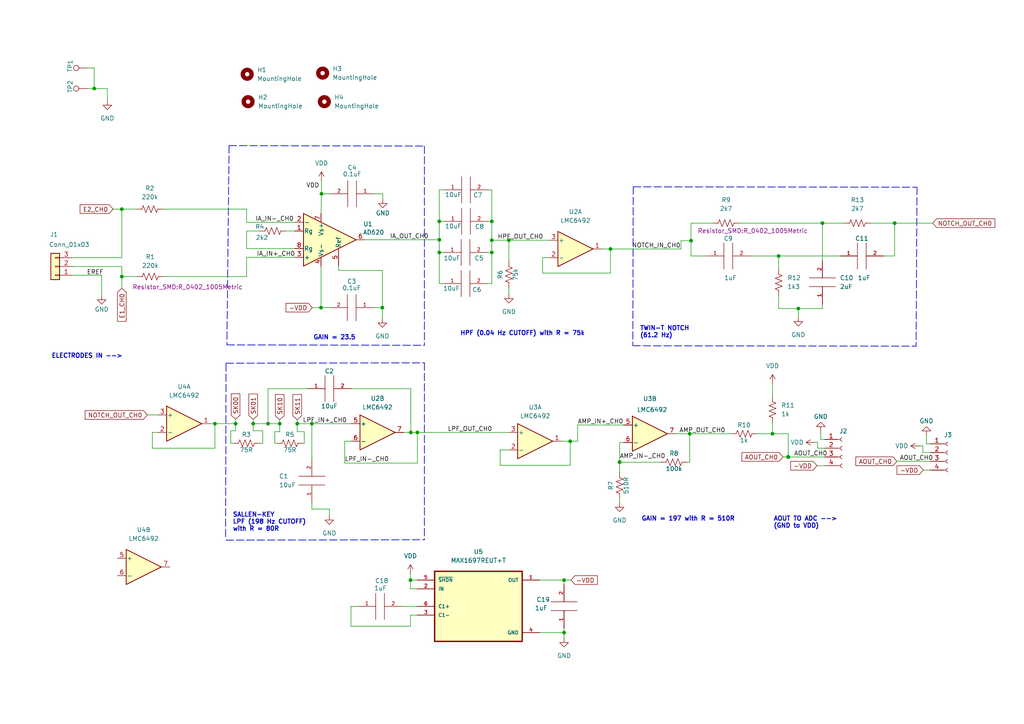
<source format=kicad_sch>
(kicad_sch (version 20211123) (generator eeschema)
  (paper "A4")
  (lib_symbols
    (symbol "Amplifier_Instrumentation:AD620" (pin_names (offset 0.127))
      (property "Reference" "U" (at 3.81 7.62 0))
      (property "Value" "AD620" (at 5.08 5.08 0))
      (symbol "AD620_0_1"
        (polyline (pts (xy -7.62 7.62) (xy -7.62 -7.62) (xy 7.62 0) (xy -7.62 7.62)) (stroke (width 0.254)) (fill (type background)))
      )
      (symbol "AD620_1_1"
        (pin passive line (at -10.16 2.54 0) (length 2.54) (name "Rg") (number "1"))
        (pin input line (at -10.16 5.08 0) (length 2.54) (name "-") (number "2"))
        (pin input line (at -10.16 -5.08 0) (length 2.54) (name "+") (number "3"))
        (pin power_in line (at -2.54 -7.62 90) (length 2.54) (name "Vs-") (number "4"))
        (pin passive line (at 2.54 -7.62 90) (length 5.08) (name "Ref") (number "5"))
        (pin output line (at 10.16 0 180) (length 2.54) (name "~") (number "6"))
        (pin power_in line (at -2.54 7.62 270) (length 2.54) (name "Vs+") (number "7"))
        (pin passive line (at -10.16 -2.54 0) (length 2.54) (name "Rg") (number "8"))
      )
    )
    (symbol "Amplifier_Operational:LMC6482" (pin_names (offset 0.127))
      (property "Reference" "U" (at 0 5.08 0))
      (property "Value" "LMC6482" (at 0 -5.08 0))
      (symbol "LMC6482_1_1"
        (polyline (pts (xy -5.08 5.08) (xy 5.08 0) (xy -5.08 -5.08) (xy -5.08 5.08)) (stroke (width 0.254)) (fill (type background)))
        (pin output line (at 7.62 0 180) (length 2.54) (name "~") (number "1"))
        (pin input line (at -7.62 -2.54 0) (length 2.54) (name "-") (number "2"))
        (pin input line (at -7.62 2.54 0) (length 2.54) (name "+") (number "3"))
      )
      (symbol "LMC6482_2_1"
        (polyline (pts (xy -5.08 5.08) (xy 5.08 0) (xy -5.08 -5.08) (xy -5.08 5.08)) (stroke (width 0.254)) (fill (type background)))
        (pin input line (at -7.62 2.54 0) (length 2.54) (name "+") (number "5"))
        (pin input line (at -7.62 -2.54 0) (length 2.54) (name "-") (number "6"))
        (pin output line (at 7.62 0 180) (length 2.54) (name "~") (number "7"))
      )
      (symbol "LMC6482_3_1"
        (pin power_in line (at -2.54 -7.62 90) (length 3.81) (name "V-") (number "4"))
        (pin power_in line (at -2.54 7.62 270) (length 3.81) (name "V+") (number "8"))
      )
    )
    (symbol "Connector:Conn_01x04_Female" (pin_names (offset 1.016) hide)
      (property "Reference" "J" (at 0 5.08 0))
      (property "Value" "Conn_01x04_Female" (at 0 -7.62 0))
      (symbol "Conn_01x04_Female_1_1"
        (arc (start 0 -4.572) (mid -0.508 -5.08) (end 0 -5.588) (stroke (width 0.1524)))
        (arc (start 0 -2.032) (mid -0.508 -2.54) (end 0 -3.048) (stroke (width 0.1524)))
        (polyline (pts (xy -1.27 -5.08) (xy -0.508 -5.08)) (stroke (width 0.1524)))
        (polyline (pts (xy -1.27 -2.54) (xy -0.508 -2.54)) (stroke (width 0.1524)))
        (polyline (pts (xy -1.27 0) (xy -0.508 0)) (stroke (width 0.1524)))
        (polyline (pts (xy -1.27 2.54) (xy -0.508 2.54)) (stroke (width 0.1524)))
        (arc (start 0 0.508) (mid -0.508 0) (end 0 -0.508) (stroke (width 0.1524)))
        (arc (start 0 3.048) (mid -0.508 2.54) (end 0 2.032) (stroke (width 0.1524)))
        (pin passive line (at -5.08 2.54 0) (length 3.81) (name "Pin_1") (number "1"))
        (pin passive line (at -5.08 0 0) (length 3.81) (name "Pin_2") (number "2"))
        (pin passive line (at -5.08 -2.54 0) (length 3.81) (name "Pin_3") (number "3"))
        (pin passive line (at -5.08 -5.08 0) (length 3.81) (name "Pin_4") (number "4"))
      )
    )
    (symbol "Connector:TestPoint" (pin_numbers hide) (pin_names (offset 0.762) hide)
      (property "Reference" "TP" (at 0 6.858 0))
      (property "Value" "TestPoint" (at 0 5.08 0))
      (symbol "TestPoint_0_1"
        (circle (center 0 3.302) (radius 0.762))
      )
      (symbol "TestPoint_1_1"
        (pin passive line (at 0 0 90) (length 2.54) (name "1") (number "1"))
      )
    )
    (symbol "Connector_Generic:Conn_01x03" (pin_names (offset 1.016) hide)
      (property "Reference" "J" (at 0 5.08 0))
      (property "Value" "Conn_01x03" (at 0 -5.08 0))
      (symbol "Conn_01x03_1_1"
        (rectangle (start -1.27 -2.413) (end 0 -2.667) (stroke (width 0.1524)))
        (rectangle (start -1.27 0.127) (end 0 -0.127) (stroke (width 0.1524)))
        (rectangle (start -1.27 2.667) (end 0 2.413) (stroke (width 0.1524)))
        (rectangle (start -1.27 3.81) (end 1.27 -3.81) (stroke (width 0.254)) (fill (type background)))
        (pin passive line (at -5.08 2.54 0) (length 3.81) (name "Pin_1") (number "1"))
        (pin passive line (at -5.08 0 0) (length 3.81) (name "Pin_2") (number "2"))
        (pin passive line (at -5.08 -2.54 0) (length 3.81) (name "Pin_3") (number "3"))
      )
    )
    (symbol "Device:R_US" (pin_numbers hide) (pin_names (offset 0))
      (property "Reference" "R" (at 2.54 0 90))
      (property "Value" "R_US" (at -2.54 0 90))
      (symbol "R_US_0_1"
        (polyline (pts (xy 0 -2.286) (xy 0 -2.54)))
        (polyline (pts (xy 0 2.286) (xy 0 2.54)))
        (polyline (pts (xy 0 -0.762) (xy 1.016 -1.143) (xy 0 -1.524) (xy -1.016 -1.905) (xy 0 -2.286)))
        (polyline (pts (xy 0 0.762) (xy 1.016 0.381) (xy 0 0) (xy -1.016 -0.381) (xy 0 -0.762)))
        (polyline (pts (xy 0 2.286) (xy 1.016 1.905) (xy 0 1.524) (xy -1.016 1.143) (xy 0 0.762)))
      )
      (symbol "R_US_1_1"
        (pin passive line (at 0 3.81 270) (length 1.27) (name "~") (number "1"))
        (pin passive line (at 0 -3.81 90) (length 1.27) (name "~") (number "2"))
      )
    )
    (symbol "MAX1697REUT_T:MAX1697REUT+T" (pin_names (offset 1.016))
      (property "Reference" "U" (at -12.7 11.16 0))
      (property "Value" "MAX1697REUT+T" (at -12.7 -14.16 0))
      (symbol "MAX1697REUT+T_0_0"
        (rectangle (start -12.7 -10.16) (end 12.7 10.16) (stroke (width 0.41)) (fill (type background)))
        (pin output line (at 17.78 7.62 180) (length 5.08) (name "OUT") (number "1"))
        (pin input line (at -17.78 5.08 0) (length 5.08) (name "IN") (number "2"))
        (pin bidirectional line (at -17.78 -2.54 0) (length 5.08) (name "C1-") (number "3"))
        (pin power_in line (at 17.78 -7.62 180) (length 5.08) (name "GND") (number "4"))
        (pin input line (at -17.78 7.62 0) (length 5.08) (name "~{SHDN}") (number "5"))
        (pin bidirectional line (at -17.78 0 0) (length 5.08) (name "C1+") (number "6"))
      )
    )
    (symbol "Mechanical:MountingHole" (pin_names (offset 1.016))
      (property "Reference" "H" (at 0 5.08 0))
      (property "Value" "MountingHole" (at 0 3.175 0))
      (symbol "MountingHole_0_1"
        (circle (center 0 0) (radius 1.27) (stroke (width 1.27)))
      )
    )
    (symbol "power:GND" (power) (pin_names (offset 0))
      (property "Value" "GND" (at 0 -3.81 0))
      (symbol "GND_0_1"
        (polyline (pts (xy 0 0) (xy 0 -1.27) (xy 1.27 -1.27) (xy 0 -2.54) (xy -1.27 -1.27) (xy 0 -1.27)))
      )
      (symbol "GND_1_1"
        (pin power_in line (at 0 0 270) (length 0) hide (name "GND") (number "1"))
      )
    )
    (symbol "power:VDD" (power) (pin_names (offset 0))
      (property "Value" "VDD" (at 0 3.81 0))
      (symbol "VDD_0_1"
        (polyline (pts (xy -0.762 1.27) (xy 0 2.54)))
        (polyline (pts (xy 0 0) (xy 0 2.54)))
        (polyline (pts (xy 0 2.54) (xy 0.762 1.27)))
      )
      (symbol "VDD_1_1"
        (pin power_in line (at 0 0 90) (length 0) hide (name "VDD") (number "1"))
      )
    )
    (symbol "pspice:C" (pin_names (offset 0.254))
      (property "Reference" "C" (at 2.54 3.81 90))
      (property "Value" "C" (at 2.54 -3.81 90))
      (symbol "C_0_1"
        (polyline (pts (xy -3.81 -1.27) (xy 3.81 -1.27)))
        (polyline (pts (xy -3.81 1.27) (xy 3.81 1.27)))
      )
      (symbol "C_1_1"
        (pin passive line (at 0 6.35 270) (length 5.08) (name "~") (number "1"))
        (pin passive line (at 0 -6.35 90) (length 5.08) (name "~") (number "2"))
      )
    )
  )
  (junction (at 228.6254 132.5372))
  (junction (at 423.9006 105.4608))
  (junction (at 35.3314 60.6552))
  (junction (at 231.5464 89.4842))
  (junction (at 179.7304 134.0104))
  (junction (at 200.4314 69.7992))
  (junction (at 341.2236 81.5086))
  (junction (at 119.1514 125.4252))
  (junction (at 27.3304 25.6794))
  (junction (at 259.4864 64.7192))
  (junction (at 228.6 132.5372))
  (junction (at 423.8752 105.4608))
  (junction (at 423.8752 79.5528))
  (junction (at 86.2076 122.8852))
  (junction (at 177.0634 72.2122))
  (junction (at 376.1486 108.8136))
  (junction (at 127.4064 64.2112))
  (junction (at 93.1164 89.2302))
  (junction (at 142.6464 73.2282))
  (junction (at 228.6 132.5118))
  (junction (at 35.3314 80.2132))
  (junction (at 200.0504 125.8062))
  (junction (at 119.0498 168.2496))
  (junction (at 90.4494 122.8852))
  (junction (at 127.4064 69.5452))
  (junction (at 165.3794 127.9652))
  (junction (at 127.4064 73.2282))
  (junction (at 68.3514 122.8852))
  (junction (at 376.1486 81.5086))
  (junction (at 121.0564 125.4252))
  (junction (at 110.8964 89.2302))
  (junction (at 81.1276 122.8852))
  (junction (at 163.6014 168.2496))
  (junction (at 62.3316 122.8852))
  (junction (at 224.0534 125.8062))
  (junction (at 73.4314 122.8852))
  (junction (at 142.6464 64.2112))
  (junction (at 163.6014 183.4896))
  (junction (at 238.5314 64.7192))
  (junction (at 142.6464 69.6722))
  (junction (at 77.7494 122.8852))
  (junction (at 225.8314 74.2442))
  (junction (at 93.2434 56.2102))
  (junction (at 147.5994 69.6722))
  (junction (at 179.705 134.0104))
  (junction (at 341.2236 108.8136))
  (wire (pts (xy 423.9006 120.7008) (xy 423.9006 122.6058)))
  (wire (pts (xy 35.3314 80.2132) (xy 39.7764 80.2132)))
  (wire (pts (xy 121.0564 125.4252) (xy 147.5994 125.4252)))
  (wire (pts (xy 119.1514 112.7252) (xy 119.1514 125.4252)))
  (wire (pts (xy 95.5294 147.6502) (xy 95.5294 149.5552)))
  (wire (pts (xy 98.1964 77.1652) (xy 98.1964 78.4352)))
  (wire (pts (xy 35.3314 60.6552) (xy 39.6494 60.6552)))
  (wire (pts (xy 66.929 128.5748) (xy 66.929 124.9426)))
  (wire (pts (xy 145.0594 130.5052) (xy 145.0594 134.9502)))
  (wire (pts (xy 119.1514 125.4252) (xy 121.0564 125.4252)))
  (wire (pts (xy 127.4064 69.5452) (xy 127.4064 73.2282)))
  (wire (pts (xy 31.1404 29.2354) (xy 31.1404 25.6794)))
  (wire (pts (xy 179.705 134.0104) (xy 179.7304 134.0104)))
  (wire (pts (xy 21.1074 79.8322) (xy 29.4894 79.8322)))
  (wire (pts (xy 127.4064 73.2282) (xy 127.4064 82.2452)))
  (wire (pts (xy 79.7052 125.1966) (xy 79.7052 128.5748)))
  (wire (pts (xy 77.7494 112.7252) (xy 89.1794 112.7252)))
  (wire (pts (xy 225.8314 89.4842) (xy 231.5464 89.4842)))
  (wire (pts (xy 267.6398 129.3368) (xy 266.7 129.3368)))
  (wire (pts (xy 163.6014 168.2496) (xy 163.6014 169.4688)))
  (polyline (pts (xy 123.0884 105.2322) (xy 123.0884 156.5402)) (stroke (width 0.2)))
  (wire (pts (xy 197.5104 69.7992) (xy 200.4314 69.7992)))
  (polyline (pts (xy 183.6674 54.1782) (xy 265.9634 54.3052)) (stroke (width 0.2)))
  (wire (pts (xy 127.4064 64.2112) (xy 128.8034 64.2112)))
  (wire (pts (xy 228.6 132.5118) (xy 228.6 132.5372)))
  (wire (pts (xy 86.2076 121.7422) (xy 86.2076 122.8852)))
  (wire (pts (xy 44.196 129.9972) (xy 62.3316 129.9972)))
  (wire (pts (xy 142.6464 55.0672) (xy 142.6464 64.2112)))
  (wire (pts (xy 73.4314 122.8852) (xy 77.7494 122.8852)))
  (wire (pts (xy 88.2396 128.5748) (xy 88.2396 125.1966)))
  (wire (pts (xy 157.3784 79.1972) (xy 177.0634 79.1972)))
  (wire (pts (xy 200.0504 134.0612) (xy 200.0504 125.8062)))
  (wire (pts (xy 423.9006 105.4608) (xy 423.8752 105.4608)))
  (wire (pts (xy 90.4494 122.8852) (xy 101.8794 122.8852)))
  (wire (pts (xy 141.5034 64.2112) (xy 142.6464 64.2112)))
  (wire (pts (xy 119.0498 181.6354) (xy 119.0498 178.4096)))
  (wire (pts (xy 332.3336 81.5086) (xy 341.2236 81.5086)))
  (wire (pts (xy 101.8032 175.8696) (xy 101.8032 181.6354)))
  (wire (pts (xy 199.2884 134.0612) (xy 200.0504 134.0612)))
  (wire (pts (xy 159.2834 74.7522) (xy 157.3784 74.7522)))
  (wire (pts (xy 214.4014 64.7192) (xy 238.5314 64.7192)))
  (wire (pts (xy 259.4864 74.2442) (xy 259.4864 64.7192)))
  (wire (pts (xy 66.929 124.9426) (xy 68.3514 124.9426)))
  (wire (pts (xy 179.7304 134.0104) (xy 179.7304 128.3462)))
  (wire (pts (xy 423.9006 108.0008) (xy 423.9006 105.4608)))
  (polyline (pts (xy 66.4464 42.2402) (xy 123.0884 42.3672)) (stroke (width 0.2)))
  (wire (pts (xy 35.3314 60.6552) (xy 35.3314 74.7522)))
  (wire (pts (xy 25.4254 19.7104) (xy 27.3304 19.7104)))
  (wire (pts (xy 142.6464 73.2282) (xy 142.6464 82.2452)))
  (wire (pts (xy 71.5264 67.0052) (xy 71.5264 72.0852)))
  (wire (pts (xy 68.3514 124.9426) (xy 68.3514 122.8852)))
  (wire (pts (xy 76.2 128.5748) (xy 76.2 124.9426)))
  (wire (pts (xy 90.4494 122.8852) (xy 90.4494 133.0452)))
  (wire (pts (xy 142.6464 64.2112) (xy 142.6464 69.6722)))
  (wire (pts (xy 225.8314 74.2442) (xy 243.6114 74.2442)))
  (polyline (pts (xy 65.5574 105.3592) (xy 123.0884 105.2322)) (stroke (width 0.2)))
  (wire (pts (xy 141.3764 73.2282) (xy 142.6464 73.2282)))
  (wire (pts (xy 239.1664 129.9972) (xy 237.1598 129.9972)))
  (wire (pts (xy 27.3304 25.6794) (xy 25.4254 25.6794)))
  (wire (pts (xy 179.705 144.653) (xy 179.705 145.8468)))
  (wire (pts (xy 341.2236 79.6036) (xy 341.2236 81.5086)))
  (wire (pts (xy 236.9566 135.0772) (xy 239.1664 135.0772)))
  (wire (pts (xy 141.5034 55.0672) (xy 142.6464 55.0672)))
  (wire (pts (xy 147.5994 83.4644) (xy 147.5994 85.344)))
  (wire (pts (xy 128.8034 55.0672) (xy 127.4064 55.0672)))
  (wire (pts (xy 231.5464 89.4842) (xy 238.5314 89.4842)))
  (wire (pts (xy 86.2076 122.8852) (xy 86.2076 125.1966)))
  (wire (pts (xy 93.2434 56.2102) (xy 95.7834 56.2102)))
  (wire (pts (xy 267.7922 136.3472) (xy 269.8242 136.3472)))
  (wire (pts (xy 71.5264 80.2132) (xy 71.5264 74.6252)))
  (wire (pts (xy 71.5264 64.4652) (xy 85.4964 64.4652)))
  (wire (pts (xy 224.0534 111.2012) (xy 224.0534 115.0112)))
  (wire (pts (xy 27.3304 19.7104) (xy 27.3304 25.6794)))
  (wire (pts (xy 90.4494 145.7452) (xy 90.4494 147.6502)))
  (wire (pts (xy 225.8314 74.2442) (xy 225.8314 78.0542)))
  (wire (pts (xy 81.1276 125.1966) (xy 81.1276 122.8852)))
  (wire (pts (xy 127.4064 73.2282) (xy 128.6764 73.2282)))
  (polyline (pts (xy 66.4464 42.2402) (xy 65.8114 100.0252)) (stroke (width 0.2)))
  (wire (pts (xy 225.8314 85.6742) (xy 225.8314 89.4842)))
  (wire (pts (xy 373.6086 108.8136) (xy 376.1486 108.8136)))
  (wire (pts (xy 177.0634 72.2122) (xy 197.5104 72.2122)))
  (wire (pts (xy 156.5402 183.4896) (xy 163.6014 183.4896)))
  (wire (pts (xy 21.1074 77.2922) (xy 35.3314 77.2922)))
  (polyline (pts (xy 318.6176 67.5386) (xy 399.6436 67.1576)) (stroke (width 0.2)))
  (wire (pts (xy 42.7228 120.3452) (xy 45.7962 120.3452)))
  (wire (pts (xy 204.8764 74.2442) (xy 200.4314 74.2442)))
  (wire (pts (xy 61.0362 122.8852) (xy 62.3316 122.8852)))
  (polyline (pts (xy 65.8114 100.0252) (xy 123.0884 100.1522)) (stroke (width 0.2)))
  (polyline (pts (xy 65.5574 105.4862) (xy 65.4304 156.4132)) (stroke (width 0.2)))
  (wire (pts (xy 119.0498 166.3192) (xy 119.0498 168.2496)))
  (wire (pts (xy 79.7052 128.5748) (xy 80.264 128.5748)))
  (wire (pts (xy 376.1486 124.0536) (xy 376.1486 125.9586)))
  (wire (pts (xy 167.5384 123.2662) (xy 167.5384 127.9652)))
  (wire (pts (xy 71.5264 74.6252) (xy 85.4964 74.6252)))
  (wire (pts (xy 117.1194 125.4252) (xy 119.1514 125.4252)))
  (wire (pts (xy 86.2076 122.8852) (xy 90.4494 122.8852)))
  (wire (pts (xy 75.3364 67.0052) (xy 71.5264 67.0052)))
  (wire (pts (xy 99.9744 134.3152) (xy 99.9744 127.9652)))
  (wire (pts (xy 147.5994 69.6722) (xy 147.5994 75.8444)))
  (wire (pts (xy 147.5994 69.6722) (xy 159.2834 69.6722)))
  (wire (pts (xy 228.6254 132.5372) (xy 239.1664 132.5372)))
  (wire (pts (xy 47.2694 60.6552) (xy 71.5264 60.6552)))
  (wire (pts (xy 47.3964 80.2132) (xy 71.5264 80.2132)))
  (wire (pts (xy 165.3794 127.9652) (xy 167.5384 127.9652)))
  (wire (pts (xy 120.9802 170.7896) (xy 119.0498 170.7896)))
  (wire (pts (xy 71.5264 72.0852) (xy 85.4964 72.0852)))
  (wire (pts (xy 238.5314 64.7192) (xy 244.8814 64.7192)))
  (wire (pts (xy 196.1134 125.8062) (xy 200.0504 125.8062)))
  (wire (pts (xy 77.7494 122.8852) (xy 81.1276 122.8852)))
  (wire (pts (xy 217.5764 74.2442) (xy 225.8314 74.2442)))
  (wire (pts (xy 111.0234 56.2102) (xy 111.0234 57.7342)))
  (wire (pts (xy 177.0634 72.2122) (xy 174.5234 72.2122)))
  (wire (pts (xy 365.3536 81.5086) (xy 376.1486 81.5086)))
  (polyline (pts (xy 318.7446 138.0236) (xy 318.6176 67.5386)) (stroke (width 0.2)))
  (wire (pts (xy 121.0564 134.3152) (xy 121.0564 125.4252)))
  (wire (pts (xy 179.7304 128.3462) (xy 180.8734 128.3462)))
  (wire (pts (xy 227.1014 132.5118) (xy 228.6 132.5118)))
  (wire (pts (xy 81.1276 121.7422) (xy 81.1276 122.8852)))
  (wire (pts (xy 110.8964 78.4352) (xy 110.8964 89.2302)))
  (wire (pts (xy 421.3606 105.4608) (xy 423.8752 105.4608)))
  (wire (pts (xy 341.2236 81.5086) (xy 341.2236 90.3986)))
  (wire (pts (xy 82.9564 67.0052) (xy 85.4964 67.0052)))
  (wire (pts (xy 376.1486 79.6036) (xy 376.1486 81.5086)))
  (wire (pts (xy 231.5464 89.4842) (xy 231.5464 92.0242)))
  (wire (pts (xy 256.3114 74.2442) (xy 259.4864 74.2442)))
  (wire (pts (xy 127.4064 64.2112) (xy 127.4064 69.5452)))
  (wire (pts (xy 219.6084 125.8062) (xy 224.0534 125.8062)))
  (wire (pts (xy 35.3314 80.2132) (xy 35.3314 83.6422)))
  (wire (pts (xy 75.2602 128.5748) (xy 76.2 128.5748)))
  (wire (pts (xy 238.0488 124.9934) (xy 238.0488 127.4572)))
  (wire (pts (xy 413.0802 79.5528) (xy 423.8752 79.5528)))
  (wire (pts (xy 120.9802 168.2496) (xy 119.0498 168.2496)))
  (wire (pts (xy 67.6402 128.5748) (xy 66.929 128.5748)))
  (wire (pts (xy 44.196 125.4252) (xy 44.196 129.9972)))
  (wire (pts (xy 163.6014 168.2496) (xy 165.6334 168.2496)))
  (wire (pts (xy 237.1598 129.9972) (xy 237.1598 128.3208)))
  (wire (pts (xy 332.3336 84.0486) (xy 332.3336 81.5086)))
  (wire (pts (xy 127.4064 82.2452) (xy 128.6764 82.2452)))
  (wire (pts (xy 197.5104 72.2122) (xy 197.5104 69.7992)))
  (wire (pts (xy 423.8752 77.6478) (xy 423.8752 79.5528)))
  (wire (pts (xy 108.3564 89.2302) (xy 110.8964 89.2302)))
  (polyline (pts (xy 183.5404 100.2792) (xy 265.7094 100.4062)) (stroke (width 0.2)))
  (wire (pts (xy 179.7304 134.0612) (xy 191.6684 134.0612)))
  (polyline (pts (xy 265.9634 54.3052) (xy 265.7094 100.4062)) (stroke (width 0.2)))
  (wire (pts (xy 88.2396 125.1966) (xy 86.2076 125.1966)))
  (wire (pts (xy 77.7494 112.7252) (xy 77.7494 122.8852)))
  (wire (pts (xy 90.5764 89.2302) (xy 93.1164 89.2302)))
  (wire (pts (xy 156.5402 168.2496) (xy 163.6014 168.2496)))
  (wire (pts (xy 99.9744 127.9652) (xy 101.8794 127.9652)))
  (wire (pts (xy 31.1404 25.6794) (xy 27.3304 25.6794)))
  (wire (pts (xy 93.2434 56.2102) (xy 93.1164 61.9252)))
  (wire (pts (xy 116.586 175.8696) (xy 120.9802 175.8696)))
  (wire (pts (xy 29.4894 79.8322) (xy 29.4894 85.6742)))
  (wire (pts (xy 147.5994 130.5052) (xy 145.0594 130.5052)))
  (wire (pts (xy 365.3536 96.7486) (xy 365.3536 98.6536)))
  (wire (pts (xy 90.4494 147.6502) (xy 95.5294 147.6502)))
  (wire (pts (xy 224.0534 125.8062) (xy 224.0534 122.6312)))
  (wire (pts (xy 163.6014 183.4896) (xy 163.6014 185.0898)))
  (wire (pts (xy 127.4064 55.0672) (xy 127.4064 64.2112)))
  (wire (pts (xy 177.0634 79.1972) (xy 177.0634 72.2122)))
  (wire (pts (xy 260.1468 133.7818) (xy 269.8242 133.8072)))
  (wire (pts (xy 35.3314 77.2922) (xy 35.3314 80.2132)))
  (wire (pts (xy 238.5314 89.4842) (xy 238.5314 88.2142)))
  (polyline (pts (xy 183.6674 54.1782) (xy 183.5404 100.2792)) (stroke (width 0.2)))
  (wire (pts (xy 142.6464 82.2452) (xy 141.3764 82.2452)))
  (wire (pts (xy 99.9744 134.3152) (xy 121.0564 134.3152)))
  (wire (pts (xy 157.3784 74.7522) (xy 157.3784 79.1972)))
  (wire (pts (xy 145.0594 134.9502) (xy 165.3794 134.9502)))
  (wire (pts (xy 101.8032 181.6354) (xy 119.0498 181.6354)))
  (wire (pts (xy 93.2434 52.4002) (xy 93.2434 56.2102)))
  (wire (pts (xy 268.7066 128.7272) (xy 269.8242 128.7272)))
  (wire (pts (xy 413.0802 94.7928) (xy 413.0802 96.6978)))
  (wire (pts (xy 110.8964 89.2302) (xy 110.8964 92.4052)))
  (wire (pts (xy 73.4314 122.8852) (xy 73.4314 124.9426)))
  (wire (pts (xy 73.4314 121.6152) (xy 73.4314 122.8852)))
  (wire (pts (xy 62.3316 122.8852) (xy 68.3514 122.8852)))
  (wire (pts (xy 252.5014 64.7192) (xy 259.4864 64.7192)))
  (wire (pts (xy 341.2236 124.0536) (xy 341.2236 125.9586)))
  (wire (pts (xy 238.5314 64.7192) (xy 238.5314 75.5142)))
  (wire (pts (xy 179.705 137.033) (xy 179.705 134.0104)))
  (wire (pts (xy 423.8752 79.5528) (xy 423.8752 86.5378)))
  (wire (pts (xy 76.2 124.9426) (xy 73.4314 124.9426)))
  (wire (pts (xy 200.4314 64.7192) (xy 200.4314 69.7992)))
  (wire (pts (xy 93.1164 89.2302) (xy 95.6564 89.2302)))
  (wire (pts (xy 365.3536 84.0486) (xy 365.3536 81.5086)))
  (wire (pts (xy 32.7914 60.6552) (xy 35.3314 60.6552)))
  (wire (pts (xy 142.6464 69.6722) (xy 147.5994 69.6722)))
  (wire (pts (xy 238.0488 127.4572) (xy 239.1664 127.4572)))
  (wire (pts (xy 142.6464 69.6722) (xy 142.6464 73.2282)))
  (wire (pts (xy 200.4314 69.7992) (xy 200.4314 74.2442)))
  (wire (pts (xy 87.884 128.5748) (xy 88.2396 128.5748)))
  (wire (pts (xy 93.1164 77.1652) (xy 93.1164 89.2302)))
  (wire (pts (xy 268.7066 126.2634) (xy 268.7066 128.7272)))
  (wire (pts (xy 269.8242 131.2672) (xy 267.6398 131.2672)))
  (wire (pts (xy 413.0802 82.0928) (xy 413.0802 79.5528)))
  (wire (pts (xy 228.6254 125.8062) (xy 228.6254 132.5372)))
  (wire (pts (xy 224.0534 125.8062) (xy 228.6254 125.8062)))
  (wire (pts (xy 376.1486 81.5086) (xy 376.1486 88.4936)))
  (polyline (pts (xy 123.0884 42.3672) (xy 123.0884 100.1522)) (stroke (width 0.2)))
  (wire (pts (xy 103.886 175.8696) (xy 101.8032 175.8696)))
  (wire (pts (xy 341.2236 105.6386) (xy 341.2236 108.8136)))
  (wire (pts (xy 165.3794 134.9502) (xy 165.3794 127.9652)))
  (wire (pts (xy 376.1486 103.7336) (xy 376.1486 108.8136)))
  (wire (pts (xy 162.8394 127.9652) (xy 165.3794 127.9652)))
  (wire (pts (xy 267.6398 131.2672) (xy 267.6398 129.3368)))
  (polyline (pts (xy 65.5574 156.6672) (xy 123.0884 156.5402)) (stroke (width 0.2)))
  (wire (pts (xy 376.1486 108.8136) (xy 376.1486 111.3536)))
  (wire (pts (xy 341.2236 108.8136) (xy 341.2236 111.3536)))
  (wire (pts (xy 62.3316 129.9972) (xy 62.3316 122.8852)))
  (wire (pts (xy 21.1074 74.7522) (xy 35.3314 74.7522)))
  (wire (pts (xy 167.5384 123.2662) (xy 180.8734 123.2662)))
  (wire (pts (xy 423.8752 101.7778) (xy 423.8752 105.4608)))
  (wire (pts (xy 45.7962 125.4252) (xy 44.196 125.4252)))
  (wire (pts (xy 237.1598 128.3208) (xy 236.347 128.3208)))
  (wire (pts (xy 119.0498 170.7896) (xy 119.0498 168.2496)))
  (wire (pts (xy 68.326 121.5644) (xy 68.3514 122.8852)))
  (wire (pts (xy 163.6014 183.4896) (xy 163.6014 182.1688)))
  (wire (pts (xy 105.8164 69.5452) (xy 127.4064 69.5452)))
  (wire (pts (xy 200.0504 125.8062) (xy 211.9884 125.8062)))
  (wire (pts (xy 119.0498 178.4096) (xy 120.9802 178.4096)))
  (wire (pts (xy 179.7304 134.0612) (xy 179.7304 134.0104)))
  (wire (pts (xy 81.1276 125.1966) (xy 79.7052 125.1966)))
  (wire (pts (xy 101.8794 112.7252) (xy 119.1514 112.7252)))
  (wire (pts (xy 338.0486 108.8136) (xy 341.2236 108.8136)))
  (wire (pts (xy 332.3336 96.7486) (xy 332.3336 98.6536)))
  (wire (pts (xy 98.1964 78.4352) (xy 110.8964 78.4352)))
  (wire (pts (xy 71.5264 60.6552) (xy 71.5264 64.4652)))
  (wire (pts (xy 200.4314 64.7192) (xy 206.7814 64.7192)))
  (wire (pts (xy 108.4834 56.2102) (xy 111.0234 56.2102)))
  (wire (pts (xy 259.4864 64.7192) (xy 270.5354 64.7192)))
  (text "GAIN = 23.5" (at 90.8304 98.7298 0) (effects (font (size 1.27 1.27) (thickness 0.254) bold) (justify left bottom)))
  (text "TWIN-T NOTCH\n(61.2 Hz)" (at 185.5724 98.1202 0) (effects (font (size 1.27 1.27) (thickness 0.254) bold) (justify left bottom)))
  (text "layout: place caps close \nto the amplifier power rails" (at 332.5114 139.2174 0) (effects (font (size 1.27 1.27)) (justify left bottom)))
  (text "HPF (0.04 Hz CUTOFF) with R = 75k" (at 133.4262 97.5106 0) (effects (font (size 1.27 1.27) (thickness 0.254) bold) (justify left bottom)))
  (text "GAIN = 197 with R = 510R" (at 186.0042 151.3078 0) (effects (font (size 1.27 1.27) (thickness 0.254) bold) (justify left bottom)))
  (text "SALLEN-KEY\nLPF (198 Hz CUTOFF)\nwith R = 80R" (at 67.4624 154.2542 0) (effects (font (size 1.27 1.27) (thickness 0.254) bold) (justify left bottom)))
  (text "ELECTRODES IN -->" (at 14.8844 104.0892 0) (effects (font (size 1.27 1.27) (thickness 0.254) bold) (justify left bottom)))
  (text "AOUT TO ADC -->\n(GND to VDD)" (at 224.3074 153.3652 0) (effects (font (size 1.27 1.27) (thickness 0.254) bold) (justify left bottom)))
  (label "AOUT_CH0" (at 230.2764 132.5372 0))
  (label "AMP_IN-_CH0" (at 179.7304 133.2992 0))
  (label "LPF_OUT_CH0" (at 129.8194 125.4252 0))
  (label "AOUT_CH0" (at 260.9342 133.8072 0))
  (label "VDD" (at 377.4186 83.4136 0))
  (label "EREF" (at 25.1714 79.9592 0))
  (label "IA_OUT_CH0" (at 113.0554 69.5452 0))
  (label "HPF_OUT_CH0" (at 144.2974 69.6722 0))
  (label "VDD" (at 342.4936 83.4136 0))
  (label "IA_IN-_CH0" (at 74.0664 64.4652 0))
  (label "NOTCH_IN_CH0" (at 183.2864 72.2122 0))
  (label "LPF_IN+_CH0" (at 87.7824 122.8852 0))
  (label "IA_IN+_CH0" (at 74.4474 74.6252 0))
  (label "LPF_IN-_CH0" (at 99.9744 134.1882 0))
  (label "AMP_IN+_CH0" (at 167.5384 123.2662 0))
  (label "AMP_OUT_CH0" (at 197.0024 125.8062 0))
  (label "VDD" (at 88.7984 54.7878 0))
  (global_label "SK10" (shape input) (at 81.1276 121.7422 90) (property "Intersheet References" "${INTERSHEET_REFS}" (effects hide)))
  (global_label "NOTCH_OUT_CH0" (shape input) (at 42.7228 120.3452 180) (property "Intersheet References" "${INTERSHEET_REFS}" (effects hide)))
  (global_label "-VDD" (shape input) (at 338.0486 108.8136 180) (property "Intersheet References" "${INTERSHEET_REFS}" (effects hide)))
  (global_label "E1_CH0" (shape input) (at 35.3314 83.6422 270) (property "Intersheet References" "${INTERSHEET_REFS}" (effects hide)))
  (global_label "-VDD" (shape input) (at 236.9566 135.0772 180) (property "Intersheet References" "${INTERSHEET_REFS}" (effects hide)))
  (global_label "-VDD" (shape input) (at 421.3606 105.4608 180) (property "Intersheet References" "${INTERSHEET_REFS}" (effects hide)))
  (global_label "-VDD" (shape input) (at 165.6334 168.2496 0) (property "Intersheet References" "${INTERSHEET_REFS}" (effects hide)))
  (global_label "E2_CH0" (shape input) (at 32.7914 60.6552 180) (property "Intersheet References" "${INTERSHEET_REFS}" (effects hide)))
  (global_label "-VDD" (shape input) (at 373.6086 108.8136 180) (property "Intersheet References" "${INTERSHEET_REFS}" (effects hide)))
  (global_label "SK11" (shape input) (at 86.2076 121.7422 90) (property "Intersheet References" "${INTERSHEET_REFS}" (effects hide)))
  (global_label "SK00" (shape input) (at 68.326 121.5644 90) (property "Intersheet References" "${INTERSHEET_REFS}" (effects hide)))
  (global_label "NOTCH_OUT_CH0" (shape input) (at 270.5354 64.7192 0) (property "Intersheet References" "${INTERSHEET_REFS}" (effects hide)))
  (global_label "-VDD" (shape input) (at 267.7922 136.3472 180) (property "Intersheet References" "${INTERSHEET_REFS}" (effects hide)))
  (global_label "AOUT_CH0" (shape input) (at 260.1468 133.7818 180) (property "Intersheet References" "${INTERSHEET_REFS}" (effects hide)))
  (global_label "SK01" (shape input) (at 73.4314 121.6152 90) (property "Intersheet References" "${INTERSHEET_REFS}" (effects hide)))
  (global_label "-VDD" (shape input) (at 90.5764 89.2302 180) (property "Intersheet References" "${INTERSHEET_REFS}" (effects hide)))
  (global_label "AOUT_CH0" (shape input) (at 227.1014 132.5118 180) (property "Intersheet References" "${INTERSHEET_REFS}" (effects hide)))
  (symbol (lib_id "pspice:C") (at 102.1334 56.2102 270) (unit 1)
    (property "Reference" "C4" (at 102.1334 48.5902 90))
    (property "Value" "0.1uF" (at 102.1334 50.4952 90))
    (property "Footprint" "Capacitor_SMD:C_0402_1005Metric" (effects hide))
  )
  (symbol (lib_id "Mechanical:MountingHole") (at 94.0816 29.4894 0) (unit 1)
    (property "Reference" "H4" (at 96.9518 28.2193 0) (effects (justify left)))
    (property "Value" "MountingHole" (at 96.9518 30.7593 0) (effects (justify left)))
    (property "Footprint" "MountingHole:MountingHole_2.2mm_M2" (effects hide))
  )
  (symbol (lib_id "pspice:C") (at 135.1534 64.2112 90) (unit 1)
    (property "Reference" "C8" (at 139.0904 65.7352 90))
    (property "Value" "10uF" (at 131.4704 65.6082 90))
    (property "Footprint" "Capacitor_SMD:C_0402_1005Metric" (effects hide))
  )
  (symbol (lib_id "Device:R_US") (at 79.1464 67.0052 270) (unit 1)
    (property "Reference" "R4" (at 75.3364 65.7352 90))
    (property "Value" "2k2" (at 75.9714 68.9102 90))
    (property "Footprint" "Resistor_SMD:R_0402_1005Metric" (effects hide))
  )
  (symbol (lib_id "power:GND") (at 231.5464 92.0242 0) (unit 1)
    (property "Reference" "#PWR011" (effects hide))
    (property "Value" "GND" (at 231.5464 97.1042 0))
  )
  (symbol (lib_id "Device:R_US") (at 179.705 140.843 0) (unit 1)
    (property "Reference" "R7" (at 177.165 140.843 90))
    (property "Value" "510R" (at 181.61 140.843 90))
    (property "Footprint" "Resistor_SMD:R_0402_1005Metric" (effects hide))
  )
  (symbol (lib_id "power:VDD") (at 236.347 128.3208 90) (unit 1)
    (property "Reference" "#PWR0101" (effects hide))
    (property "Value" "VDD" (at 233.1212 128.3207 90) (effects (justify left)))
  )
  (symbol (lib_id "Amplifier_Operational:LMC6482") (at 378.6886 96.1136 0) (unit 3)
    (property "Reference" "U2" (at 376.7836 94.8435 0) (effects (justify left)))
    (property "Value" "LMC6492" (at 376.7836 97.3835 0) (effects (justify left)))
    (property "Footprint" "Package_SO:SOIC-8_3.9x4.9mm_P1.27mm" (effects hide))
    (property "Datasheet" "http://www.ti.com/lit/ds/symlink/lmc6482.pdf" (effects hide))
  )
  (symbol (lib_id "Device:R_US") (at 195.4784 134.0612 270) (unit 1)
    (property "Reference" "R8" (at 195.4784 131.5212 90))
    (property "Value" "100k" (at 195.4784 135.9662 90))
    (property "Footprint" "Resistor_SMD:R_0402_1005Metric" (effects hide))
  )
  (symbol (lib_id "pspice:C") (at 95.5294 112.7252 90) (unit 1)
    (property "Reference" "C2" (at 95.5294 107.6452 90))
    (property "Value" "10uF" (at 95.5294 117.8052 90))
    (property "Footprint" "Capacitor_SMD:C_0402_1005Metric" (effects hide))
  )
  (symbol (lib_id "pspice:C") (at 238.5314 81.8642 180) (unit 1)
    (property "Reference" "C10" (at 243.6114 80.5941 0) (effects (justify right)))
    (property "Value" "2uF" (at 243.6114 83.1342 0) (effects (justify right)))
    (property "Footprint" "Capacitor_SMD:C_0402_1005Metric" (effects hide))
  )
  (symbol (lib_id "power:VDD") (at 119.0498 166.3192 0) (unit 1)
    (property "Reference" "#PWR0102" (effects hide))
    (property "Value" "VDD" (at 119.0498 161.2392 0))
  )
  (symbol (lib_id "power:VDD") (at 93.2434 52.4002 0) (unit 1)
    (property "Reference" "#PWR04" (effects hide))
    (property "Value" "VDD" (at 93.2434 47.3202 0))
  )
  (symbol (lib_id "pspice:C") (at 135.1534 55.0672 90) (unit 1)
    (property "Reference" "C7" (at 138.5824 56.5912 90))
    (property "Value" "10uF" (at 131.4704 56.4642 90))
    (property "Footprint" "Capacitor_SMD:C_0402_1005Metric" (effects hide))
  )
  (symbol (lib_id "pspice:C") (at 249.9614 74.2442 90) (unit 1)
    (property "Reference" "C11" (at 249.9614 69.1642 90))
    (property "Value" "1uF" (at 250.5964 80.5942 90))
    (property "Footprint" "Capacitor_SMD:C_0402_1005Metric" (effects hide))
  )
  (symbol (lib_id "pspice:C") (at 332.3336 90.3986 180) (unit 1)
    (property "Reference" "C12" (at 324.3326 88.4936 0) (effects (justify right)))
    (property "Value" "0.1uF" (at 322.1736 91.0336 0) (effects (justify right)))
    (property "Footprint" "Capacitor_SMD:C_0402_1005Metric" (effects hide))
  )
  (symbol (lib_id "Device:R_US") (at 210.5914 64.7192 270) (unit 1)
    (property "Reference" "R9" (at 210.5914 57.9882 90))
    (property "Value" "2k7" (at 210.5914 60.5282 90))
    (property "Footprint" "Resistor_SMD:R_0402_1005Metric" (at 218.3384 66.9544 90))
  )
  (symbol (lib_id "Amplifier_Operational:LMC6482") (at 343.7636 98.0186 0) (unit 3)
    (property "Reference" "U3" (at 342.4936 96.7485 0) (effects (justify left)))
    (property "Value" "LMC6492" (at 342.4936 99.2885 0) (effects (justify left)))
    (property "Footprint" "Package_SO:SOIC-8_3.9x4.9mm_P1.27mm" (effects hide))
    (property "Datasheet" "http://www.ti.com/lit/ds/symlink/lmc6482.pdf" (effects hide))
  )
  (symbol (lib_id "pspice:C") (at 341.2236 117.7036 180) (unit 1)
    (property "Reference" "C13" (at 346.3036 116.4335 0) (effects (justify right)))
    (property "Value" "0.1uF" (at 346.3036 118.9735 0) (effects (justify right)))
    (property "Footprint" "Capacitor_SMD:C_0402_1005Metric" (effects hide))
  )
  (symbol (lib_id "power:GND") (at 413.0802 96.6978 0) (unit 1)
    (property "Reference" "#PWR020" (effects hide))
    (property "Value" "GND" (at 413.0802 101.7778 0))
  )
  (symbol (lib_id "pspice:C") (at 110.236 175.8696 90) (unit 1)
    (property "Reference" "C18" (at 108.7628 168.4528 90) (effects (justify right)))
    (property "Value" "1uF" (at 108.5088 170.5864 90) (effects (justify right)))
    (property "Footprint" "Capacitor_SMD:C_0402_1005Metric" (effects hide))
  )
  (symbol (lib_id "Device:R_US") (at 43.4594 60.6552 90) (unit 1)
    (property "Reference" "R2" (at 43.4594 54.61 90))
    (property "Value" "220k" (at 43.4594 57.15 90))
    (property "Footprint" "Resistor_SMD:R_0402_1005Metric" (effects hide))
  )
  (symbol (lib_id "Device:R_US") (at 43.5864 80.2132 90) (unit 1)
    (property "Reference" "R1" (at 43.5864 74.4982 90))
    (property "Value" "220k" (at 43.5864 77.0382 90))
    (property "Footprint" "Resistor_SMD:R_0402_1005Metric" (at 54.4068 83.2358 90))
  )
  (symbol (lib_id "power:GND") (at 423.9006 122.6058 0) (unit 1)
    (property "Reference" "#PWR022" (effects hide))
    (property "Value" "GND" (at 423.9006 127.6858 0))
  )
  (symbol (lib_id "Connector:TestPoint") (at 25.4254 19.7104 90) (unit 1)
    (property "Reference" "TP1" (at 20.3454 20.9804 0) (effects (justify left)))
    (property "Value" "TestPoint" (effects hide))
    (property "Footprint" "TestPoint:TestPoint_Pad_1.0x1.0mm" (effects hide))
  )
  (symbol (lib_id "power:GND") (at 238.0488 124.9934 180) (unit 1)
    (property "Reference" "#PWR012" (effects hide))
    (property "Value" "GND" (at 238.0488 120.8278 0))
  )
  (symbol (lib_id "power:GND") (at 179.705 145.8468 0) (unit 1)
    (property "Reference" "#PWR09" (effects hide))
    (property "Value" "GND" (at 179.705 150.9268 0))
  )
  (symbol (lib_id "Device:R_US") (at 84.074 128.5748 270) (unit 1)
    (property "Reference" "R5" (at 84.074 126.0348 90))
    (property "Value" "75R" (at 84.074 130.4798 90))
    (property "Footprint" "Resistor_SMD:R_0402_1005Metric" (effects hide))
  )
  (symbol (lib_id "Amplifier_Operational:LMC6482") (at 426.4152 94.1578 0) (unit 3)
    (property "Reference" "U4" (at 425.2722 92.8877 0) (effects (justify left)))
    (property "Value" "LMC6492" (at 425.2722 95.4277 0) (effects (justify left)))
    (property "Footprint" "Package_SO:SOIC-8_3.9x4.9mm_P1.27mm" (effects hide))
    (property "Datasheet" "http://www.ti.com/lit/ds/symlink/lmc6482.pdf" (effects hide))
  )
  (symbol (lib_id "power:GND") (at 376.1486 125.9586 0) (unit 1)
    (property "Reference" "#PWR018" (effects hide))
    (property "Value" "GND" (at 376.1486 131.0386 0))
  )
  (symbol (lib_id "power:GND") (at 111.0234 57.7342 0) (unit 1)
    (property "Reference" "#PWR07" (effects hide))
    (property "Value" "GND" (at 111.0234 61.7982 0))
  )
  (symbol (lib_id "Device:R_US") (at 147.5994 79.6544 0) (unit 1)
    (property "Reference" "R6" (at 145.0594 79.6544 90))
    (property "Value" "75k" (at 149.5044 79.6544 90))
    (property "Footprint" "Resistor_SMD:R_0402_1005Metric" (effects hide))
  )
  (symbol (lib_id "power:VDD") (at 266.7 129.3368 90) (unit 1)
    (property "Reference" "#PWR03" (effects hide))
    (property "Value" "VDD" (at 263.4742 129.3367 90) (effects (justify left)))
  )
  (symbol (lib_id "Amplifier_Operational:LMC6482") (at 166.9034 72.2122 0) (unit 1)
    (property "Reference" "U2" (at 166.9034 61.4172 0))
    (property "Value" "LMC6492" (at 166.9034 63.9572 0))
    (property "Footprint" "Package_SO:SOIC-8_3.9x4.9mm_P1.27mm" (effects hide))
    (property "Datasheet" "http://www.ti.com/lit/ds/symlink/lmc6482.pdf" (effects hide))
  )
  (symbol (lib_id "Amplifier_Operational:LMC6482") (at 53.4162 122.8852 0) (unit 1)
    (property "Reference" "U4" (at 53.4162 112.141 0))
    (property "Value" "LMC6492" (at 53.4162 114.681 0))
    (property "Footprint" "Package_SO:SOIC-8_3.9x4.9mm_P1.27mm" (effects hide))
    (property "Datasheet" "http://www.ti.com/lit/ds/symlink/lmc6482.pdf" (effects hide))
  )
  (symbol (lib_id "power:GND") (at 268.7066 126.2634 180) (unit 1)
    (property "Reference" "#PWR019" (effects hide))
    (property "Value" "GND" (at 268.7066 122.0978 0))
  )
  (symbol (lib_id "pspice:C") (at 135.0264 73.2282 90) (unit 1)
    (property "Reference" "C5" (at 138.9634 74.8792 90))
    (property "Value" "10uF" (at 131.0894 74.8792 90))
    (property "Footprint" "Capacitor_SMD:C_0402_1005Metric" (effects hide))
  )
  (symbol (lib_id "pspice:C") (at 413.0802 88.4428 180) (unit 1)
    (property "Reference" "C16" (at 406.7302 86.5378 0) (effects (justify right)))
    (property "Value" "0.1uF" (at 403.5552 89.0778 0) (effects (justify right)))
    (property "Footprint" "Capacitor_SMD:C_0402_1005Metric" (effects hide))
  )
  (symbol (lib_id "Mechanical:MountingHole") (at 71.9582 29.4894 0) (unit 1)
    (property "Reference" "H2" (at 74.8284 28.2193 0) (effects (justify left)))
    (property "Value" "MountingHole" (at 74.8284 30.7593 0) (effects (justify left)))
    (property "Footprint" "MountingHole:MountingHole_2.2mm_M2" (effects hide))
  )
  (symbol (lib_id "power:GND") (at 31.1404 29.2354 0) (unit 1)
    (property "Reference" "#PWR01" (effects hide))
    (property "Value" "GND" (at 31.1404 34.3154 0))
  )
  (symbol (lib_id "Connector:TestPoint") (at 25.4254 25.6794 90) (unit 1)
    (property "Reference" "TP2" (at 20.3454 26.9494 0) (effects (justify left)))
    (property "Value" "TestPoint" (effects hide))
    (property "Footprint" "TestPoint:TestPoint_Pad_1.0x1.0mm" (effects hide))
  )
  (symbol (lib_id "power:VDD") (at 224.0534 111.2012 0) (unit 1)
    (property "Reference" "#PWR010" (effects hide))
    (property "Value" "VDD" (at 224.0534 106.1212 0))
  )
  (symbol (lib_id "power:VDD") (at 376.1486 79.6036 0) (unit 1)
    (property "Reference" "#PWR017" (effects hide))
    (property "Value" "VDD" (at 376.1486 74.5236 0))
  )
  (symbol (lib_id "Amplifier_Instrumentation:AD620") (at 95.6564 69.5452 0) (unit 1)
    (property "Reference" "U1" (at 106.7054 64.9732 0))
    (property "Value" "AD620" (at 108.3564 67.3862 0))
    (property "Footprint" "Package_SO:SOIC-8_3.9x4.9mm_P1.27mm" (effects hide))
    (property "Datasheet" "https://www.analog.com/media/en/technical-documentation/data-sheets/AD620.pdf" (effects hide))
  )
  (symbol (lib_id "MAX1697REUT_T:MAX1697REUT+T") (at 138.7602 175.8696 0) (unit 1)
    (property "Reference" "U5" (at 138.7602 160.02 0))
    (property "Value" "MAX1697REUT+T" (at 138.7602 162.56 0))
    (property "Footprint" "SOT95P280X145-6N" (effects hide))
    (property "Price" "None" (effects hide))
    (property "MP" "MAX1697REUT+T" (effects hide))
    (property "Package" "SOT-23-6 Maxim" (effects hide))
    (property "Availability" "Unavailable" (effects hide))
    (property "MF" "Maxim Integrated" (effects hide))
    (property "Description" "Charge Pump Switching Regulator IC Positive or Negative Fixed -Vin, 2Vin 1 Output 60mA SOT-23-6" (effects hide))
  )
  (symbol (lib_id "power:GND") (at 29.4894 85.6742 0) (unit 1)
    (property "Reference" "#PWR02" (effects hide))
    (property "Value" "GND" (at 29.4894 89.7382 0))
  )
  (symbol (lib_id "pspice:C") (at 135.0264 82.2452 90) (unit 1)
    (property "Reference" "C6" (at 138.3284 84.0232 90))
    (property "Value" "10uF" (at 130.9624 83.6422 90))
    (property "Footprint" "Capacitor_SMD:C_0402_1005Metric" (effects hide))
  )
  (symbol (lib_id "Amplifier_Operational:LMC6482") (at 109.4994 125.4252 0) (unit 2)
    (property "Reference" "U2" (at 109.4994 115.57 0))
    (property "Value" "LMC6492" (at 109.4994 118.11 0))
    (property "Footprint" "Package_SO:SOIC-8_3.9x4.9mm_P1.27mm" (effects hide))
    (property "Datasheet" "http://www.ti.com/lit/ds/symlink/lmc6482.pdf" (effects hide))
  )
  (symbol (lib_id "Mechanical:MountingHole") (at 93.5736 21.209 0) (unit 1)
    (property "Reference" "H3" (at 96.4438 19.9389 0) (effects (justify left)))
    (property "Value" "MountingHole" (at 96.4438 22.4789 0) (effects (justify left)))
    (property "Footprint" "MountingHole:MountingHole_2.2mm_M2" (effects hide))
  )
  (symbol (lib_id "pspice:C") (at 423.9006 114.3508 180) (unit 1)
    (property "Reference" "C17" (at 428.3456 113.0807 0) (effects (justify right)))
    (property "Value" "0.1uF" (at 428.3456 115.6207 0) (effects (justify right)))
    (property "Footprint" "Capacitor_SMD:C_0402_1005Metric" (effects hide))
  )
  (symbol (lib_id "Device:R_US") (at 225.8314 81.8642 0) (unit 1)
    (property "Reference" "R12" (at 228.3714 80.5941 0) (effects (justify left)))
    (property "Value" "1k3" (at 228.3714 83.1342 0) (effects (justify left)))
    (property "Footprint" "Resistor_SMD:R_0402_1005Metric" (effects hide))
  )
  (symbol (lib_id "pspice:C") (at 211.2264 74.2442 90) (unit 1)
    (property "Reference" "C9" (at 211.2264 69.1642 90))
    (property "Value" "1uF" (at 211.8614 80.5942 90))
    (property "Footprint" "Capacitor_SMD:C_0402_1005Metric" (effects hide))
  )
  (symbol (lib_id "Amplifier_Operational:LMC6482") (at 41.6814 164.4396 0) (unit 2)
    (property "Reference" "U4" (at 41.6814 153.67 0))
    (property "Value" "LMC6492" (at 41.6814 156.21 0))
    (property "Footprint" "Package_SO:SOIC-8_3.9x4.9mm_P1.27mm" (effects hide))
    (property "Datasheet" "http://www.ti.com/lit/ds/symlink/lmc6482.pdf" (effects hide))
  )
  (symbol (lib_id "power:GND") (at 365.3536 98.6536 0) (unit 1)
    (property "Reference" "#PWR016" (effects hide))
    (property "Value" "GND" (at 365.3536 103.7336 0))
  )
  (symbol (lib_id "Mechanical:MountingHole") (at 71.7042 21.5392 0) (unit 1)
    (property "Reference" "H1" (at 74.5744 20.2691 0) (effects (justify left)))
    (property "Value" "MountingHole" (at 74.5744 22.8091 0) (effects (justify left)))
    (property "Footprint" "MountingHole:MountingHole_2.2mm_M2" (effects hide))
  )
  (symbol (lib_id "power:VDD") (at 423.8752 77.6478 0) (unit 1)
    (property "Reference" "#PWR021" (effects hide))
    (property "Value" "VDD" (at 423.8752 72.5678 0))
  )
  (symbol (lib_id "pspice:C") (at 365.3536 90.3986 180) (unit 1)
    (property "Reference" "C14" (at 359.0036 88.4936 0) (effects (justify right)))
    (property "Value" "0.1uF" (at 355.8286 91.0336 0) (effects (justify right)))
    (property "Footprint" "Capacitor_SMD:C_0402_1005Metric" (effects hide))
  )
  (symbol (lib_id "Amplifier_Operational:LMC6482") (at 155.2194 127.9652 0) (unit 1)
    (property "Reference" "U3" (at 155.2194 118.11 0))
    (property "Value" "LMC6492" (at 155.2194 120.65 0))
    (property "Footprint" "Package_SO:SOIC-8_3.9x4.9mm_P1.27mm" (effects hide))
    (property "Datasheet" "http://www.ti.com/lit/ds/symlink/lmc6482.pdf" (effects hide))
  )
  (symbol (lib_id "Device:R_US") (at 248.6914 64.7192 270) (unit 1)
    (property "Reference" "R13" (at 248.6914 57.9882 90))
    (property "Value" "2k7" (at 248.6914 60.5282 90))
    (property "Footprint" "Resistor_SMD:R_0402_1005Metric" (effects hide))
  )
  (symbol (lib_id "power:GND") (at 95.5294 149.5552 0) (unit 1)
    (property "Reference" "#PWR05" (effects hide))
    (property "Value" "GND" (at 95.5294 154.6352 0))
  )
  (symbol (lib_id "power:GND") (at 110.8964 92.4052 0) (unit 1)
    (property "Reference" "#PWR06" (effects hide))
    (property "Value" "GND" (at 110.8964 97.4852 0))
  )
  (symbol (lib_id "Device:R_US") (at 71.4502 128.5748 270) (unit 1)
    (property "Reference" "R3" (at 71.4502 126.0348 90))
    (property "Value" "75R" (at 71.4502 130.4798 90))
    (property "Footprint" "Resistor_SMD:R_0402_1005Metric" (effects hide))
  )
  (symbol (lib_id "pspice:C") (at 90.4494 139.3952 180) (unit 1)
    (property "Reference" "C1" (at 80.9244 138.1252 0) (effects (justify right)))
    (property "Value" "10uF" (at 80.9244 140.6652 0) (effects (justify right)))
    (property "Footprint" "Capacitor_SMD:C_0402_1005Metric" (effects hide))
  )
  (symbol (lib_id "Device:R_US") (at 215.7984 125.8062 270) (unit 1)
    (property "Reference" "R10" (at 215.7984 123.2662 90))
    (property "Value" "1k" (at 215.7984 127.7112 90))
    (property "Footprint" "Resistor_SMD:R_0402_1005Metric" (effects hide))
  )
  (symbol (lib_id "Amplifier_Operational:LMC6482") (at 188.4934 125.8062 0) (unit 2)
    (property "Reference" "U3" (at 188.4934 115.6462 0))
    (property "Value" "LMC6492" (at 189.1284 118.8212 0))
    (property "Footprint" "Package_SO:SOIC-8_3.9x4.9mm_P1.27mm" (effects hide))
    (property "Datasheet" "http://www.ti.com/lit/ds/symlink/lmc6482.pdf" (effects hide))
  )
  (symbol (lib_id "Device:R_US") (at 224.0534 118.8212 180) (unit 1)
    (property "Reference" "R11" (at 226.5934 117.5511 0) (effects (justify right)))
    (property "Value" "1k" (at 226.5934 120.0911 0) (effects (justify right)))
    (property "Footprint" "Resistor_SMD:R_0402_1005Metric" (effects hide))
  )
  (symbol (lib_id "power:VDD") (at 341.2236 79.6036 0) (unit 1)
    (property "Reference" "#PWR014" (effects hide))
    (property "Value" "VDD" (at 341.2236 74.5236 0))
  )
  (symbol (lib_id "pspice:C") (at 163.6014 175.8188 180) (unit 1)
    (property "Reference" "C19" (at 155.6004 173.9138 0) (effects (justify right)))
    (property "Value" "1uF" (at 155.1178 176.3522 0) (effects (justify right)))
    (property "Footprint" "Capacitor_SMD:C_0402_1005Metric" (effects hide))
  )
  (symbol (lib_id "pspice:C") (at 376.1486 117.7036 180) (unit 1)
    (property "Reference" "C15" (at 380.5936 116.4335 0) (effects (justify right)))
    (property "Value" "0.1uF" (at 380.5936 118.9735 0) (effects (justify right)))
    (property "Footprint" "Capacitor_SMD:C_0402_1005Metric" (effects hide))
  )
  (symbol (lib_id "Connector:Conn_01x04_Female") (at 274.9042 131.2672 0) (unit 1)
    (property "Reference" "J3" (at 273.7358 126.1364 0) (effects (justify left)))
    (property "Value" "Conn_01x04_Female" (effects hide))
    (property "Footprint" "Connector_PinHeader_1.27mm:PinHeader_1x04_P1.27mm_Vertical" (effects hide))
  )
  (symbol (lib_id "Connector_Generic:Conn_01x03") (at 16.0274 77.2922 180) (unit 1)
    (property "Reference" "J1" (at 15.6464 68.0212 0))
    (property "Value" "Conn_01x03" (at 20.0914 70.9422 0))
    (property "Footprint" "Connector_PinHeader_1.27mm:PinHeader_1x03_P1.27mm_Vertical" (effects hide))
  )
  (symbol (lib_id "power:GND") (at 332.3336 98.6536 0) (unit 1)
    (property "Reference" "#PWR013" (effects hide))
    (property "Value" "GND" (at 332.3336 103.7336 0))
  )
  (symbol (lib_id "power:GND") (at 163.6014 185.0898 0) (unit 1)
    (property "Reference" "#PWR0103" (effects hide))
    (property "Value" "GND" (at 163.6014 190.1698 0))
  )
  (symbol (lib_id "Connector:Conn_01x04_Female") (at 244.2464 129.9972 0) (unit 1)
    (property "Reference" "J2" (at 243.4082 125.0442 0) (effects (justify left)))
    (property "Value" "Conn_01x04_Female" (effects hide))
    (property "Footprint" "Connector_PinHeader_1.27mm:PinHeader_1x04_P1.27mm_Vertical" (effects hide))
  )
  (symbol (lib_id "pspice:C") (at 102.0064 89.2302 270) (unit 1)
    (property "Reference" "C3" (at 102.0064 81.6102 90))
    (property "Value" "0.1uF" (at 102.0064 83.5152 90))
    (property "Footprint" "Capacitor_SMD:C_0402_1005Metric" (effects hide))
  )
  (symbol (lib_id "power:GND") (at 147.5994 85.344 0) (unit 1)
    (property "Reference" "#PWR08" (effects hide))
    (property "Value" "GND" (at 147.5994 90.424 0))
  )
  (symbol (lib_id "power:GND") (at 341.2236 125.9586 0) (unit 1)
    (property "Reference" "#PWR015" (effects hide))
    (property "Value" "GND" (at 341.2236 131.0386 0))
  )
)
</source>
